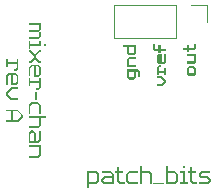
<source format=gbr>
%TF.GenerationSoftware,KiCad,Pcbnew,9.0.3-9.0.3-0~ubuntu22.04.1*%
%TF.CreationDate,2025-07-27T08:05:43-07:00*%
%TF.ProjectId,mixer-chan,6d697865-722d-4636-9861-6e2e6b696361,rev?*%
%TF.SameCoordinates,Original*%
%TF.FileFunction,Legend,Top*%
%TF.FilePolarity,Positive*%
%FSLAX46Y46*%
G04 Gerber Fmt 4.6, Leading zero omitted, Abs format (unit mm)*
G04 Created by KiCad (PCBNEW 9.0.3-9.0.3-0~ubuntu22.04.1) date 2025-07-27 08:05:43*
%MOMM*%
%LPD*%
G01*
G04 APERTURE LIST*
%ADD10C,0.150000*%
%ADD11C,0.120000*%
G04 APERTURE END LIST*
D10*
G36*
X120905000Y-88321695D02*
G01*
X120905000Y-87671032D01*
X121068673Y-87671032D01*
X121068673Y-87882058D01*
X121790594Y-87882058D01*
X121790594Y-87671032D01*
X121954267Y-87671032D01*
X121954267Y-88473004D01*
X121742325Y-88685129D01*
X121555571Y-88685129D01*
X121555571Y-88517151D01*
X121673082Y-88517151D01*
X121790594Y-88399456D01*
X121790594Y-88050036D01*
X121068673Y-88050036D01*
X121068673Y-88321695D01*
X120905000Y-88321695D01*
G37*
G36*
X121954267Y-89023191D02*
G01*
X121954267Y-89648392D01*
X121742783Y-89860425D01*
X121350498Y-89860425D01*
X121350498Y-89692447D01*
X121514172Y-89692447D01*
X121674181Y-89692447D01*
X121790594Y-89574936D01*
X121790594Y-89096647D01*
X121674181Y-88979136D01*
X121514172Y-88979136D01*
X121514172Y-89692447D01*
X121350498Y-89692447D01*
X121350498Y-88979136D01*
X121187375Y-88979136D01*
X121068673Y-89096647D01*
X121068673Y-89797411D01*
X120905000Y-89797411D01*
X120905000Y-89023191D01*
X121117399Y-88811158D01*
X121742783Y-88811158D01*
X121954267Y-89023191D01*
G37*
G36*
X121954267Y-91066496D02*
G01*
X121328883Y-91066496D01*
X120905000Y-90642521D01*
X120905000Y-90441204D01*
X121328883Y-90017229D01*
X121954267Y-90017229D01*
X121954267Y-90185207D01*
X121398126Y-90185207D01*
X121068673Y-90514569D01*
X121068673Y-90569157D01*
X121398126Y-90898518D01*
X121954267Y-90898518D01*
X121954267Y-91066496D01*
G37*
G36*
X122376318Y-92328713D02*
G01*
X122376318Y-92530030D01*
X121951153Y-92954005D01*
X120905000Y-92954005D01*
X120905000Y-92786027D01*
X121350956Y-92786027D01*
X121514630Y-92786027D01*
X121881543Y-92786027D01*
X122212645Y-92456666D01*
X122212645Y-92402077D01*
X121881543Y-92072716D01*
X121514630Y-92072716D01*
X121514630Y-92786027D01*
X121350956Y-92786027D01*
X121350956Y-92072716D01*
X120905000Y-92072716D01*
X120905000Y-91904738D01*
X121951153Y-91904738D01*
X122376318Y-92328713D01*
G37*
G36*
X122810000Y-85355706D02*
G01*
X122810000Y-85187728D01*
X123578082Y-85187728D01*
X123695594Y-85069942D01*
X123695594Y-84746076D01*
X122810000Y-84746076D01*
X122810000Y-84578098D01*
X123859267Y-84578098D01*
X123859267Y-85143581D01*
X123647325Y-85355706D01*
X122810000Y-85355706D01*
G37*
G36*
X122810000Y-85965336D02*
G01*
X122810000Y-85797358D01*
X123578082Y-85797358D01*
X123695594Y-85679572D01*
X123695594Y-85355706D01*
X123859267Y-85355706D01*
X123859267Y-85753211D01*
X123647325Y-85965336D01*
X122810000Y-85965336D01*
G37*
G36*
X122810000Y-86786542D02*
G01*
X122810000Y-86112431D01*
X122973673Y-86112431D01*
X122973673Y-86364490D01*
X123695594Y-86364490D01*
X123695594Y-86112431D01*
X123859267Y-86112431D01*
X123859267Y-86532468D01*
X122973673Y-86532468D01*
X122973673Y-86786542D01*
X122810000Y-86786542D01*
G37*
G36*
X124111325Y-86532468D02*
G01*
X124111325Y-86364490D01*
X124281318Y-86364490D01*
X124281318Y-86532468D01*
X124111325Y-86532468D01*
G37*
G36*
X123009118Y-87939856D02*
G01*
X122810000Y-87939856D01*
X122810000Y-87771878D01*
X122939234Y-87771878D01*
X123237913Y-87476039D01*
X123237913Y-87354406D01*
X122939234Y-87058567D01*
X122810000Y-87058567D01*
X122810000Y-86890589D01*
X123009118Y-86890589D01*
X123337564Y-87218027D01*
X123662896Y-86890589D01*
X123859267Y-86890589D01*
X123859267Y-87058567D01*
X123731772Y-87058567D01*
X123437215Y-87354406D01*
X123437215Y-87476039D01*
X123735985Y-87771878D01*
X123859267Y-87771878D01*
X123859267Y-87939856D01*
X123662896Y-87939856D01*
X123337564Y-87612418D01*
X123009118Y-87939856D01*
G37*
G36*
X123859267Y-88307228D02*
G01*
X123859267Y-88932429D01*
X123647783Y-89144462D01*
X123255498Y-89144462D01*
X123255498Y-88976484D01*
X123419172Y-88976484D01*
X123579181Y-88976484D01*
X123695594Y-88858973D01*
X123695594Y-88380684D01*
X123579181Y-88263173D01*
X123419172Y-88263173D01*
X123419172Y-88976484D01*
X123255498Y-88976484D01*
X123255498Y-88263173D01*
X123092375Y-88263173D01*
X122973673Y-88380684D01*
X122973673Y-89081448D01*
X122810000Y-89081448D01*
X122810000Y-88307228D01*
X123022399Y-88095195D01*
X123647783Y-88095195D01*
X123859267Y-88307228D01*
G37*
G36*
X122810000Y-89910896D02*
G01*
X122810000Y-89260233D01*
X122973673Y-89260233D01*
X122973673Y-89471259D01*
X123695594Y-89471259D01*
X123695594Y-89260233D01*
X123859267Y-89260233D01*
X123859267Y-90062205D01*
X123647325Y-90274330D01*
X123460571Y-90274330D01*
X123460571Y-90106352D01*
X123578082Y-90106352D01*
X123695594Y-89988657D01*
X123695594Y-89639237D01*
X122973673Y-89639237D01*
X122973673Y-89910896D01*
X122810000Y-89910896D01*
G37*
G36*
X123355150Y-91068607D02*
G01*
X123355150Y-90441392D01*
X123518823Y-90441392D01*
X123518823Y-91068607D01*
X123355150Y-91068607D01*
G37*
G36*
X122810000Y-92246835D02*
G01*
X122810000Y-91515114D01*
X123021941Y-91303080D01*
X123647325Y-91303080D01*
X123859267Y-91515114D01*
X123859267Y-92246835D01*
X123695594Y-92246835D01*
X123695594Y-91588478D01*
X123578082Y-91471058D01*
X123091184Y-91471058D01*
X122973673Y-91588478D01*
X122973673Y-92246835D01*
X122810000Y-92246835D01*
G37*
G36*
X122810000Y-93483681D02*
G01*
X122810000Y-93315703D01*
X123578082Y-93315703D01*
X123695594Y-93198191D01*
X123695594Y-92602391D01*
X122810000Y-92602391D01*
X122810000Y-92434413D01*
X124281318Y-92434413D01*
X124281318Y-92602391D01*
X123859267Y-92602391D01*
X123859267Y-93271647D01*
X123647325Y-93483681D01*
X122810000Y-93483681D01*
G37*
G36*
X123425491Y-93868638D02*
G01*
X123425491Y-94537894D01*
X123577441Y-94537894D01*
X123695594Y-94420382D01*
X123695594Y-93719619D01*
X123859267Y-93719619D01*
X123859267Y-94493838D01*
X123647050Y-94705872D01*
X122810000Y-94705872D01*
X122810000Y-93942094D01*
X122973673Y-93942094D01*
X122973673Y-94537894D01*
X123261818Y-94537894D01*
X123261818Y-93942094D01*
X123144856Y-93824583D01*
X123090635Y-93824583D01*
X122973673Y-93942094D01*
X122810000Y-93942094D01*
X122810000Y-93868638D01*
X123021666Y-93656605D01*
X123213825Y-93656605D01*
X123425491Y-93868638D01*
G37*
G36*
X122810000Y-95982285D02*
G01*
X122810000Y-95814307D01*
X123578082Y-95814307D01*
X123695594Y-95696796D01*
X123695594Y-95100996D01*
X122810000Y-95100996D01*
X122810000Y-94933018D01*
X123859267Y-94933018D01*
X123859267Y-95770252D01*
X123647325Y-95982285D01*
X122810000Y-95982285D01*
G37*
G36*
X128807365Y-97332674D02*
G01*
X128807365Y-97958058D01*
X128595332Y-98170000D01*
X127926076Y-98170000D01*
X127926076Y-98592051D01*
X127758098Y-98592051D01*
X127758098Y-98006326D01*
X127926076Y-98006326D01*
X128521876Y-98006326D01*
X128639387Y-97888815D01*
X128639387Y-97401917D01*
X128521876Y-97284405D01*
X127926076Y-97284405D01*
X127926076Y-98006326D01*
X127758098Y-98006326D01*
X127758098Y-97120732D01*
X128595332Y-97120732D01*
X128807365Y-97332674D01*
G37*
G36*
X130017833Y-97332949D02*
G01*
X130017833Y-98170000D01*
X129180599Y-98170000D01*
X128968565Y-97958333D01*
X128968565Y-97835143D01*
X129136543Y-97835143D01*
X129136543Y-97889364D01*
X129254055Y-98006326D01*
X129849855Y-98006326D01*
X129849855Y-97718181D01*
X129254055Y-97718181D01*
X129136543Y-97835143D01*
X128968565Y-97835143D01*
X128968565Y-97766174D01*
X129180599Y-97554508D01*
X129849855Y-97554508D01*
X129849855Y-97402558D01*
X129732343Y-97284405D01*
X129031580Y-97284405D01*
X129031580Y-97120732D01*
X129805799Y-97120732D01*
X130017833Y-97332949D01*
G37*
G36*
X130957191Y-98170000D02*
G01*
X130544848Y-98170000D01*
X130332906Y-97958058D01*
X130332906Y-97284405D01*
X130121880Y-97284405D01*
X130121880Y-97120732D01*
X130332906Y-97120732D01*
X130332906Y-96795401D01*
X130500884Y-96795401D01*
X130500884Y-97120732D01*
X130848747Y-97120732D01*
X130848747Y-97284405D01*
X130500884Y-97284405D01*
X130500884Y-97888815D01*
X130618212Y-98006326D01*
X130957191Y-98006326D01*
X130957191Y-98170000D01*
G37*
G36*
X132037233Y-98170000D02*
G01*
X131305512Y-98170000D01*
X131093478Y-97958058D01*
X131093478Y-97332674D01*
X131305512Y-97120732D01*
X132037233Y-97120732D01*
X132037233Y-97284405D01*
X131378876Y-97284405D01*
X131261456Y-97401917D01*
X131261456Y-97888815D01*
X131378876Y-98006326D01*
X132037233Y-98006326D01*
X132037233Y-98170000D01*
G37*
G36*
X133274078Y-98170000D02*
G01*
X133106100Y-98170000D01*
X133106100Y-97401917D01*
X132988589Y-97284405D01*
X132392789Y-97284405D01*
X132392789Y-98170000D01*
X132224811Y-98170000D01*
X132224811Y-96698681D01*
X132392789Y-96698681D01*
X132392789Y-97120732D01*
X133062045Y-97120732D01*
X133274078Y-97332674D01*
X133274078Y-98170000D01*
G37*
G36*
X134285244Y-98252065D02*
G01*
X133382522Y-98252065D01*
X133382522Y-98088392D01*
X134285244Y-98088392D01*
X134285244Y-98252065D01*
G37*
G36*
X134576320Y-97120732D02*
G01*
X135245576Y-97120732D01*
X135457609Y-97332674D01*
X135457609Y-97958058D01*
X135245576Y-98170000D01*
X134408342Y-98170000D01*
X134408342Y-98006326D01*
X134576320Y-98006326D01*
X135172120Y-98006326D01*
X135289631Y-97888815D01*
X135289631Y-97401917D01*
X135172120Y-97284405D01*
X134576320Y-97284405D01*
X134576320Y-98006326D01*
X134408342Y-98006326D01*
X134408342Y-96698681D01*
X134576320Y-96698681D01*
X134576320Y-97120732D01*
G37*
G36*
X136269473Y-98170000D02*
G01*
X135595362Y-98170000D01*
X135595362Y-98006326D01*
X135847421Y-98006326D01*
X135847421Y-97284405D01*
X135595362Y-97284405D01*
X135595362Y-97120732D01*
X136015399Y-97120732D01*
X136015399Y-98006326D01*
X136269473Y-98006326D01*
X136269473Y-98170000D01*
G37*
G36*
X136015399Y-96868674D02*
G01*
X135847421Y-96868674D01*
X135847421Y-96698681D01*
X136015399Y-96698681D01*
X136015399Y-96868674D01*
G37*
G36*
X137103318Y-98170000D02*
G01*
X136690975Y-98170000D01*
X136479033Y-97958058D01*
X136479033Y-97284405D01*
X136268007Y-97284405D01*
X136268007Y-97120732D01*
X136479033Y-97120732D01*
X136479033Y-96795401D01*
X136647011Y-96795401D01*
X136647011Y-97120732D01*
X136994874Y-97120732D01*
X136994874Y-97284405D01*
X136647011Y-97284405D01*
X136647011Y-97888815D01*
X136764339Y-98006326D01*
X137103318Y-98006326D01*
X137103318Y-98170000D01*
G37*
G36*
X138016206Y-98170000D02*
G01*
X137231270Y-98170000D01*
X137231270Y-98006326D01*
X137942750Y-98006326D01*
X138060261Y-97887624D01*
X138060261Y-97843203D01*
X137942750Y-97724501D01*
X137422329Y-97724501D01*
X137210296Y-97513017D01*
X137210296Y-97332216D01*
X137422329Y-97120732D01*
X138186199Y-97120732D01*
X138186199Y-97284405D01*
X137495785Y-97284405D01*
X137378274Y-97400818D01*
X137378274Y-97444415D01*
X137495785Y-97560827D01*
X138016206Y-97560827D01*
X138228239Y-97773227D01*
X138228239Y-97957600D01*
X138016206Y-98170000D01*
G37*
G36*
X137023000Y-88357417D02*
G01*
X137023000Y-88871499D01*
X136853446Y-89041199D01*
X136353139Y-89041199D01*
X136183586Y-88871499D01*
X136183586Y-88439702D01*
X136371604Y-88439702D01*
X136371604Y-88789214D01*
X136432054Y-88849664D01*
X136774531Y-88849664D01*
X136834981Y-88789214D01*
X136834981Y-88439702D01*
X136774531Y-88379252D01*
X136432054Y-88379252D01*
X136371604Y-88439702D01*
X136183586Y-88439702D01*
X136183586Y-88357417D01*
X136353139Y-88187717D01*
X136853446Y-88187717D01*
X137023000Y-88357417D01*
G37*
G36*
X137023000Y-87174793D02*
G01*
X137023000Y-87858575D01*
X136853446Y-88028275D01*
X136183586Y-88028275D01*
X136183586Y-87836740D01*
X136774531Y-87836740D01*
X136834981Y-87776290D01*
X136834981Y-87366328D01*
X136183586Y-87366328D01*
X136183586Y-87174793D01*
X137023000Y-87174793D01*
G37*
G36*
X137023000Y-86392825D02*
G01*
X137023000Y-86736621D01*
X136853446Y-86906321D01*
X136371604Y-86906321D01*
X136371604Y-87075142D01*
X136183586Y-87075142D01*
X136183586Y-86906321D01*
X135923321Y-86906321D01*
X135923321Y-86714786D01*
X136183586Y-86714786D01*
X136183586Y-86479580D01*
X136371604Y-86479580D01*
X136371604Y-86714786D01*
X136774531Y-86714786D01*
X136834981Y-86654336D01*
X136834981Y-86392825D01*
X137023000Y-86392825D01*
G37*
G36*
X133643586Y-89071681D02*
G01*
X134143893Y-89071681D01*
X134483000Y-89411081D01*
X134483000Y-89585763D01*
X134143893Y-89925163D01*
X133643586Y-89925163D01*
X133643586Y-89733628D01*
X134064978Y-89733628D01*
X134294981Y-89503478D01*
X134294981Y-89493366D01*
X134064978Y-89263216D01*
X133643586Y-89263216D01*
X133643586Y-89071681D01*
G37*
G36*
X134483000Y-88394053D02*
G01*
X134483000Y-88970857D01*
X134294981Y-88970857D01*
X134294981Y-88802037D01*
X133831604Y-88802037D01*
X133831604Y-88970857D01*
X133643586Y-88970857D01*
X133643586Y-88315945D01*
X133813139Y-88146245D01*
X133989434Y-88146245D01*
X133989434Y-88337780D01*
X133892054Y-88337780D01*
X133831604Y-88399036D01*
X133831604Y-88610501D01*
X134294981Y-88610501D01*
X134294981Y-88394053D01*
X134483000Y-88394053D01*
G37*
G36*
X134150048Y-87854326D02*
G01*
X134234311Y-87854326D01*
X134294981Y-87793876D01*
X134294981Y-87242790D01*
X134483000Y-87242790D01*
X134483000Y-87876161D01*
X134313446Y-88045861D01*
X133811527Y-88045861D01*
X133643586Y-87876161D01*
X133643586Y-87447735D01*
X133826475Y-87447735D01*
X133826475Y-87790505D01*
X133890149Y-87854326D01*
X133967159Y-87854326D01*
X133967159Y-87383914D01*
X133890149Y-87383914D01*
X133826475Y-87447735D01*
X133643586Y-87447735D01*
X133643586Y-87362079D01*
X133811527Y-87192379D01*
X134150048Y-87192379D01*
X134150048Y-87854326D01*
G37*
G36*
X134483000Y-86764026D02*
G01*
X134483000Y-86955561D01*
X133990606Y-86955561D01*
X133990606Y-87124381D01*
X133802588Y-87124381D01*
X133802588Y-86955561D01*
X133475498Y-86955561D01*
X133305944Y-86785861D01*
X133305944Y-86357654D01*
X133493963Y-86357654D01*
X133493963Y-86703502D01*
X133554999Y-86764026D01*
X133802588Y-86764026D01*
X133802588Y-86444409D01*
X133990606Y-86444409D01*
X133990606Y-86764026D01*
X134483000Y-86764026D01*
G37*
G36*
X132280641Y-88680990D02*
G01*
X132280641Y-89195145D01*
X132092623Y-89195145D01*
X132092623Y-88763275D01*
X132031440Y-88702825D01*
X131943000Y-88702825D01*
X131943000Y-89195145D01*
X131773446Y-89364772D01*
X131273139Y-89364772D01*
X131103586Y-89195145D01*
X131103586Y-89112787D01*
X131291604Y-89112787D01*
X131352054Y-89173237D01*
X131694531Y-89173237D01*
X131754981Y-89112787D01*
X131754981Y-88702825D01*
X131291604Y-88702825D01*
X131291604Y-89112787D01*
X131103586Y-89112787D01*
X131103586Y-88511290D01*
X132111087Y-88511290D01*
X132280641Y-88680990D01*
G37*
G36*
X131943000Y-87474919D02*
G01*
X131943000Y-87666454D01*
X131352054Y-87666454D01*
X131291604Y-87726904D01*
X131291604Y-88136866D01*
X131943000Y-88136866D01*
X131943000Y-88328401D01*
X131103586Y-88328401D01*
X131103586Y-87644619D01*
X131273139Y-87474919D01*
X131943000Y-87474919D01*
G37*
G36*
X131943000Y-87144605D02*
G01*
X131773446Y-87314305D01*
X131273139Y-87314305D01*
X131103586Y-87144605D01*
X131103586Y-87062319D01*
X131291604Y-87062319D01*
X131352054Y-87122769D01*
X131694531Y-87122769D01*
X131754981Y-87062319D01*
X131754981Y-86652358D01*
X131291604Y-86652358D01*
X131291604Y-87062319D01*
X131103586Y-87062319D01*
X131103586Y-86652358D01*
X130765944Y-86652358D01*
X130765944Y-86460822D01*
X131943000Y-86460822D01*
X131943000Y-87144605D01*
G37*
D11*
%TO.C,J2*%
X130065000Y-83075000D02*
X130065000Y-85835000D01*
X135255000Y-83075000D02*
X130065000Y-83075000D01*
X135255000Y-83075000D02*
X135255000Y-85835000D01*
X135255000Y-85835000D02*
X130065000Y-85835000D01*
X136525000Y-83075000D02*
X137905000Y-83075000D01*
X137905000Y-83075000D02*
X137905000Y-84455000D01*
%TD*%
%LPC*%
G36*
X140722013Y-95770758D02*
G01*
X140926693Y-95837262D01*
X141118450Y-95934967D01*
X141292561Y-96061466D01*
X141444740Y-96213645D01*
X141571239Y-96387756D01*
X141668944Y-96579513D01*
X141735448Y-96784193D01*
X141769115Y-96996756D01*
X141769115Y-97211970D01*
X141735448Y-97424533D01*
X141668944Y-97629213D01*
X141571239Y-97820970D01*
X141444740Y-97995081D01*
X141292561Y-98147260D01*
X141118450Y-98273759D01*
X140926693Y-98371464D01*
X140722013Y-98437968D01*
X140509450Y-98471635D01*
X140294236Y-98471635D01*
X140081673Y-98437968D01*
X139876993Y-98371464D01*
X139685236Y-98273759D01*
X139511125Y-98147260D01*
X139358946Y-97995081D01*
X139232447Y-97820970D01*
X139134742Y-97629213D01*
X139068238Y-97424533D01*
X139034571Y-97211970D01*
X139034571Y-96996756D01*
X139068238Y-96784193D01*
X139134742Y-96579513D01*
X139232447Y-96387756D01*
X139358946Y-96213645D01*
X139511125Y-96061466D01*
X139685236Y-95934967D01*
X139876993Y-95837262D01*
X140081673Y-95770758D01*
X140294236Y-95737091D01*
X140509450Y-95737091D01*
X140722013Y-95770758D01*
G37*
G36*
X126021214Y-95686997D02*
G01*
X126202905Y-95762257D01*
X126366423Y-95871516D01*
X126505484Y-96010577D01*
X126614743Y-96174095D01*
X126690003Y-96355786D01*
X126728369Y-96548669D01*
X126728369Y-96745331D01*
X126690003Y-96938214D01*
X126614743Y-97119905D01*
X126505484Y-97283423D01*
X126366423Y-97422484D01*
X126202905Y-97531743D01*
X126021214Y-97607003D01*
X125828331Y-97645369D01*
X125631669Y-97645369D01*
X125438786Y-97607003D01*
X125257095Y-97531743D01*
X125093577Y-97422484D01*
X124954516Y-97283423D01*
X124845257Y-97119905D01*
X124769997Y-96938214D01*
X124731631Y-96745331D01*
X124731631Y-96548669D01*
X124769997Y-96355786D01*
X124845257Y-96174095D01*
X124954516Y-96010577D01*
X125093577Y-95871516D01*
X125257095Y-95762257D01*
X125438786Y-95686997D01*
X125631669Y-95648631D01*
X125828331Y-95648631D01*
X126021214Y-95686997D01*
G37*
G36*
X147685024Y-94350926D02*
G01*
X147855215Y-94421422D01*
X148008382Y-94523765D01*
X148138641Y-94654024D01*
X148240984Y-94807191D01*
X148311480Y-94977382D01*
X148347418Y-95158056D01*
X148347418Y-95342270D01*
X148311480Y-95522944D01*
X148240984Y-95693135D01*
X148138641Y-95846302D01*
X148008382Y-95976561D01*
X147855215Y-96078904D01*
X147685024Y-96149400D01*
X147504350Y-96185338D01*
X147320136Y-96185338D01*
X147139462Y-96149400D01*
X146969271Y-96078904D01*
X146816104Y-95976561D01*
X146685845Y-95846302D01*
X146583502Y-95693135D01*
X146513006Y-95522944D01*
X146477068Y-95342270D01*
X146477068Y-95158056D01*
X146513006Y-94977382D01*
X146583502Y-94807191D01*
X146685845Y-94654024D01*
X146816104Y-94523765D01*
X146969271Y-94421422D01*
X147139462Y-94350926D01*
X147320136Y-94314988D01*
X147504350Y-94314988D01*
X147685024Y-94350926D01*
G37*
G36*
X147685024Y-91810926D02*
G01*
X147855215Y-91881422D01*
X148008382Y-91983765D01*
X148138641Y-92114024D01*
X148240984Y-92267191D01*
X148311480Y-92437382D01*
X148347418Y-92618056D01*
X148347418Y-92802270D01*
X148311480Y-92982944D01*
X148240984Y-93153135D01*
X148138641Y-93306302D01*
X148008382Y-93436561D01*
X147855215Y-93538904D01*
X147685024Y-93609400D01*
X147504350Y-93645338D01*
X147320136Y-93645338D01*
X147139462Y-93609400D01*
X146969271Y-93538904D01*
X146816104Y-93436561D01*
X146685845Y-93306302D01*
X146583502Y-93153135D01*
X146513006Y-92982944D01*
X146477068Y-92802270D01*
X146477068Y-92618056D01*
X146513006Y-92437382D01*
X146583502Y-92267191D01*
X146685845Y-92114024D01*
X146816104Y-91983765D01*
X146969271Y-91881422D01*
X147139462Y-91810926D01*
X147320136Y-91774988D01*
X147504350Y-91774988D01*
X147685024Y-91810926D01*
G37*
G36*
X147685024Y-89270926D02*
G01*
X147855215Y-89341422D01*
X148008382Y-89443765D01*
X148138641Y-89574024D01*
X148240984Y-89727191D01*
X148311480Y-89897382D01*
X148347418Y-90078056D01*
X148347418Y-90262270D01*
X148311480Y-90442944D01*
X148240984Y-90613135D01*
X148138641Y-90766302D01*
X148008382Y-90896561D01*
X147855215Y-90998904D01*
X147685024Y-91069400D01*
X147504350Y-91105338D01*
X147320136Y-91105338D01*
X147139462Y-91069400D01*
X146969271Y-90998904D01*
X146816104Y-90896561D01*
X146685845Y-90766302D01*
X146583502Y-90613135D01*
X146513006Y-90442944D01*
X146477068Y-90262270D01*
X146477068Y-90078056D01*
X146513006Y-89897382D01*
X146583502Y-89727191D01*
X146685845Y-89574024D01*
X146816104Y-89443765D01*
X146969271Y-89341422D01*
X147139462Y-89270926D01*
X147320136Y-89234988D01*
X147504350Y-89234988D01*
X147685024Y-89270926D01*
G37*
G36*
X140722013Y-86982358D02*
G01*
X140926693Y-87048862D01*
X141118450Y-87146567D01*
X141292561Y-87273066D01*
X141444740Y-87425245D01*
X141571239Y-87599356D01*
X141668944Y-87791113D01*
X141735448Y-87995793D01*
X141769115Y-88208356D01*
X141769115Y-88423570D01*
X141735448Y-88636133D01*
X141668944Y-88840813D01*
X141571239Y-89032570D01*
X141444740Y-89206681D01*
X141292561Y-89358860D01*
X141118450Y-89485359D01*
X140926693Y-89583064D01*
X140722013Y-89649568D01*
X140509450Y-89683235D01*
X140294236Y-89683235D01*
X140081673Y-89649568D01*
X139876993Y-89583064D01*
X139685236Y-89485359D01*
X139511125Y-89358860D01*
X139358946Y-89206681D01*
X139232447Y-89032570D01*
X139134742Y-88840813D01*
X139068238Y-88636133D01*
X139034571Y-88423570D01*
X139034571Y-88208356D01*
X139068238Y-87995793D01*
X139134742Y-87791113D01*
X139232447Y-87599356D01*
X139358946Y-87425245D01*
X139511125Y-87273066D01*
X139685236Y-87146567D01*
X139876993Y-87048862D01*
X140081673Y-86982358D01*
X140294236Y-86948691D01*
X140509450Y-86948691D01*
X140722013Y-86982358D01*
G37*
G36*
X126021214Y-87127197D02*
G01*
X126202905Y-87202457D01*
X126366423Y-87311716D01*
X126505484Y-87450777D01*
X126614743Y-87614295D01*
X126690003Y-87795986D01*
X126728369Y-87988869D01*
X126728369Y-88185531D01*
X126690003Y-88378414D01*
X126614743Y-88560105D01*
X126505484Y-88723623D01*
X126366423Y-88862684D01*
X126202905Y-88971943D01*
X126021214Y-89047203D01*
X125828331Y-89085569D01*
X125631669Y-89085569D01*
X125438786Y-89047203D01*
X125257095Y-88971943D01*
X125093577Y-88862684D01*
X124954516Y-88723623D01*
X124845257Y-88560105D01*
X124769997Y-88378414D01*
X124731631Y-88185531D01*
X124731631Y-87988869D01*
X124769997Y-87795986D01*
X124845257Y-87614295D01*
X124954516Y-87450777D01*
X125093577Y-87311716D01*
X125257095Y-87202457D01*
X125438786Y-87127197D01*
X125631669Y-87088831D01*
X125828331Y-87088831D01*
X126021214Y-87127197D01*
G37*
G36*
X126021214Y-84714197D02*
G01*
X126202905Y-84789457D01*
X126366423Y-84898716D01*
X126505484Y-85037777D01*
X126614743Y-85201295D01*
X126690003Y-85382986D01*
X126728369Y-85575869D01*
X126728369Y-85772531D01*
X126690003Y-85965414D01*
X126614743Y-86147105D01*
X126505484Y-86310623D01*
X126366423Y-86449684D01*
X126202905Y-86558943D01*
X126021214Y-86634203D01*
X125828331Y-86672569D01*
X125631669Y-86672569D01*
X125438786Y-86634203D01*
X125257095Y-86558943D01*
X125093577Y-86449684D01*
X124954516Y-86310623D01*
X124845257Y-86147105D01*
X124769997Y-85965414D01*
X124731631Y-85772531D01*
X124731631Y-85575869D01*
X124769997Y-85382986D01*
X124845257Y-85201295D01*
X124954516Y-85037777D01*
X125093577Y-84898716D01*
X125257095Y-84789457D01*
X125438786Y-84714197D01*
X125631669Y-84675831D01*
X125828331Y-84675831D01*
X126021214Y-84714197D01*
G37*
G36*
X137389542Y-83569893D02*
G01*
X137401870Y-83578130D01*
X137410107Y-83590458D01*
X137413000Y-83605000D01*
X137413000Y-85305000D01*
X137410107Y-85319542D01*
X137401870Y-85331870D01*
X137389542Y-85340107D01*
X137375000Y-85343000D01*
X135675000Y-85343000D01*
X135660458Y-85340107D01*
X135648130Y-85331870D01*
X135639893Y-85319542D01*
X135637000Y-85305000D01*
X135637000Y-83605000D01*
X135639893Y-83590458D01*
X135648130Y-83578130D01*
X135660458Y-83569893D01*
X135675000Y-83567000D01*
X137375000Y-83567000D01*
X137389542Y-83569893D01*
G37*
G36*
X131702773Y-83605237D02*
G01*
X131863600Y-83671854D01*
X132008341Y-83768567D01*
X132131433Y-83891659D01*
X132228146Y-84036400D01*
X132294763Y-84197227D01*
X132328724Y-84367961D01*
X132328724Y-84542039D01*
X132294763Y-84712773D01*
X132228146Y-84873600D01*
X132131433Y-85018341D01*
X132008341Y-85141433D01*
X131863600Y-85238146D01*
X131702773Y-85304763D01*
X131532039Y-85338724D01*
X131357961Y-85338724D01*
X131187227Y-85304763D01*
X131026400Y-85238146D01*
X130881659Y-85141433D01*
X130758567Y-85018341D01*
X130661854Y-84873600D01*
X130595237Y-84712773D01*
X130561276Y-84542039D01*
X130561276Y-84367961D01*
X130595237Y-84197227D01*
X130661854Y-84036400D01*
X130758567Y-83891659D01*
X130881659Y-83768567D01*
X131026400Y-83671854D01*
X131187227Y-83605237D01*
X131357961Y-83571276D01*
X131532039Y-83571276D01*
X131702773Y-83605237D01*
G37*
G36*
X134242773Y-83605237D02*
G01*
X134403600Y-83671854D01*
X134548341Y-83768567D01*
X134671433Y-83891659D01*
X134768146Y-84036400D01*
X134834763Y-84197227D01*
X134868724Y-84367961D01*
X134868724Y-84542039D01*
X134834763Y-84712773D01*
X134768146Y-84873600D01*
X134671433Y-85018341D01*
X134548341Y-85141433D01*
X134403600Y-85238146D01*
X134242773Y-85304763D01*
X134072039Y-85338724D01*
X133897961Y-85338724D01*
X133727227Y-85304763D01*
X133566400Y-85238146D01*
X133421659Y-85141433D01*
X133298567Y-85018341D01*
X133201854Y-84873600D01*
X133135237Y-84712773D01*
X133101276Y-84542039D01*
X133101276Y-84367961D01*
X133135237Y-84197227D01*
X133201854Y-84036400D01*
X133298567Y-83891659D01*
X133421659Y-83768567D01*
X133566400Y-83671854D01*
X133727227Y-83605237D01*
X133897961Y-83571276D01*
X134072039Y-83571276D01*
X134242773Y-83605237D01*
G37*
%LPD*%
M02*

</source>
